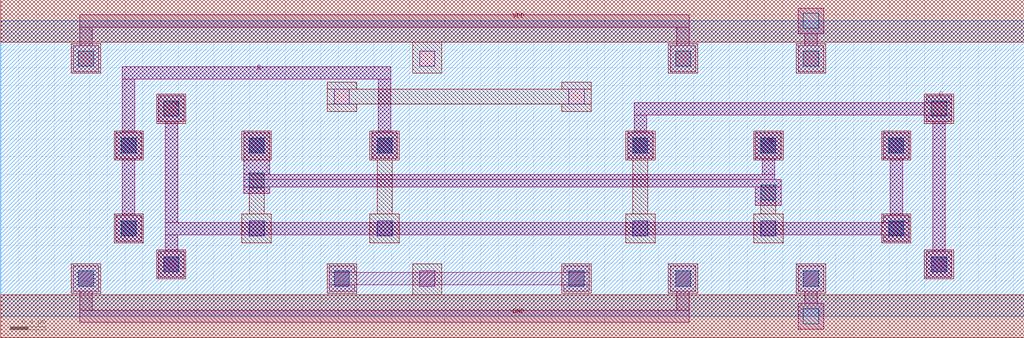
<source format=lef>
# LEF file generated by lefgen from LibreSilicon version 0.1
#

VERSION 5.4 ;
NAMESCASESENSITIVE ON ;
BUSBITCHARS "[]" ;
DIVIDERCHAR "/" ;
UNITS
  DATABASE MICRONS 1000 ;
END UNITS

USEMINSPACING OBS ON ;
USEMINSPACING PIN OFF ;
CLEARANCEMEASURE EUCLIDEAN ;


MANUFACTURINGGRID 0.15 ;

LAYER nwell
  TYPE	MASTERSLICE ;
END nwell

LAYER nactive
  TYPE	MASTERSLICE ;
END nactive

LAYER pactive
  TYPE	MASTERSLICE ;
END pactive

LAYER poly
  TYPE	MASTERSLICE ;
END poly

LAYER cc
  TYPE	CUT ;
  SPACING	0.9 ;
END cc

LAYER metal1
  TYPE		ROUTING ;
  DIRECTION	HORIZONTAL ;
  PITCH		3  ;
  OFFSET	1.5 ;
  WIDTH		0.9 ;
  SPACING	0.9 ;
  RESISTANCE	RPERSQ 0.09 ;
  CAPACITANCE	CPERSQDIST 3.2e-05 ;
END metal1

LAYER via
  TYPE	CUT ;
  SPACING	0.9 ;
END via

LAYER metal2
  TYPE		ROUTING ;
  DIRECTION	VERTICAL ;
  PITCH		2.4  ;
  OFFSET	1.2 ;
  WIDTH		0.9 ;
  SPACING	0.9 ;
  RESISTANCE	RPERSQ 0.09 ;
  CAPACITANCE	CPERSQDIST 1.6e-05 ;
END metal2

LAYER via2
  TYPE	CUT ;
  SPACING	0.9 ;
END via2

LAYER metal3
  TYPE		ROUTING ;
  DIRECTION	HORIZONTAL ;
  PITCH		3  ;
  OFFSET	1.5 ;
  WIDTH		1.5 ;
  SPACING	0.9 ;
  RESISTANCE	RPERSQ 0.05 ;
  CAPACITANCE	CPERSQDIST 1e-05 ;
END metal3

SPACING
  SAMENET cc  via	0.150 ;
  SAMENET via  via2	0.150 ;
END SPACING

VIA M2_M1 DEFAULT
  LAYER metal1 ;
    RECT -0.600 -0.600 0.600 0.600 ;
  LAYER via ;
    RECT -0.300 -0.300 0.300 0.300 ;
  LAYER metal2 ;
    RECT -0.600 -0.600 0.600 0.600 ;
END M2_M1

VIA M3_M2 DEFAULT
  LAYER metal2 ;
    RECT -0.600 -0.600 0.600 0.600 ;
  LAYER via2 ;
    RECT -0.300 -0.300 0.300 0.300 ;
  LAYER metal3 ;
    RECT -0.900 -0.900 0.900 0.900 ;
END M3_M2


VIARULE viagen21 GENERATE
  LAYER metal1 ;
    DIRECTION HORIZONTAL ;
    WIDTH 1.2 TO 120 ;
    OVERHANG 0.3 ;
    METALOVERHANG 0 ;
  LAYER metal2 ;
    DIRECTION VERTICAL ;
    WIDTH 1.2 TO 120 ;
    OVERHANG 0.3 ;
    METALOVERHANG 0 ;
  LAYER via ;
    RECT -0.3 -0.3 0.3 0.3 ;
    SPACING 1.5 BY 1.5 ;
END viagen21

VIARULE viagen32 GENERATE
  LAYER metal3 ;
    DIRECTION HORIZONTAL ;
    WIDTH 1.8 TO 180 ;
    OVERHANG 0.6 ;
    METALOVERHANG 0 ;
  LAYER metal2 ;
    DIRECTION VERTICAL ;
    WIDTH 1.2 TO 120 ;
    OVERHANG 0.6 ;
    METALOVERHANG 0 ;
  LAYER via2 ;
    RECT -0.3 -0.3 0.3 0.3 ;
    SPACING 2.1 BY 2.1 ;
END viagen32

VIARULE TURN1 GENERATE
  LAYER metal1 ;
    DIRECTION HORIZONTAL ;
  LAYER metal1 ;
    DIRECTION VERTICAL ;
END TURN1

VIARULE TURN2 GENERATE
  LAYER metal2 ;
    DIRECTION HORIZONTAL ;
  LAYER metal2 ;
    DIRECTION VERTICAL ;
END TURN2

VIARULE TURN3 GENERATE
  LAYER metal3 ;
    DIRECTION HORIZONTAL ;
  LAYER metal3 ;
    DIRECTION VERTICAL ;
END TURN3

SITE  corner
    CLASS	PAD ;
    SYMMETRY	R90 Y ;
    SIZE	300.000 BY 300.000 ;
END  corner

SITE  IO
    CLASS	PAD ;
    SYMMETRY	Y ;
    SIZE	90.000 BY 300.000 ;
END  IO

SITE  core
    CLASS	CORE ;
    SYMMETRY	Y ;
    SIZE	2.400 BY 30.000 ;
END  core

MACRO AOI21
 CLASS CORE ;
 FOREIGN AOI21 0 0 ;
 SIZE 4.32 BY 3.33 ;
 ORIGIN 0 0 ;
 SYMMETRY X Y R90 ;
 SITE unit ;
  PIN VDD
   DIRECTION INOUT ;
   USE POWER ;
   SHAPE ABUTMENT ;
    PORT
     CLASS CORE ;
       LAYER li1 ;
        RECT 0.00000000 3.09000000 4.32000000 3.57000000 ;
    END
  END VDD

  PIN GND
   DIRECTION INOUT ;
   USE POWER ;
   SHAPE ABUTMENT ;
    PORT
     CLASS CORE ;
       LAYER li1 ;
        RECT 0.00000000 -0.24000000 4.32000000 0.24000000 ;
    END
  END GND

  PIN Y
   DIRECTION INOUT ;
   USE SIGNAL ;
   SHAPE ABUTMENT ;
    PORT
     CLASS CORE ;
       LAYER met1 ;
        RECT 3.21500000 0.44000000 3.50500000 0.73000000 ;
        RECT 3.29000000 0.73000000 3.43000000 2.19500000 ;
        RECT 0.81500000 2.19500000 1.10500000 2.27000000 ;
        RECT 3.21500000 2.19500000 3.50500000 2.27000000 ;
        RECT 0.81500000 2.27000000 3.50500000 2.41000000 ;
        RECT 0.81500000 2.41000000 1.10500000 2.48500000 ;
        RECT 3.21500000 2.41000000 3.50500000 2.48500000 ;
    END
  END Y

  PIN A
   DIRECTION INOUT ;
   USE SIGNAL ;
   SHAPE ABUTMENT ;
    PORT
     CLASS CORE ;
       LAYER met1 ;
        RECT 2.73500000 0.84500000 3.02500000 1.13500000 ;
        RECT 2.81000000 1.13500000 2.95000000 1.78000000 ;
        RECT 2.73500000 1.78000000 3.02500000 2.07000000 ;
    END
  END A

  PIN A1
   DIRECTION INOUT ;
   USE SIGNAL ;
   SHAPE ABUTMENT ;
    PORT
     CLASS CORE ;
       LAYER met1 ;
        RECT 1.29500000 0.84500000 1.58500000 1.13500000 ;
        RECT 1.37000000 1.13500000 1.51000000 1.78000000 ;
        RECT 1.29500000 1.78000000 1.58500000 2.07000000 ;
    END
  END A1

 OBS
    LAYER polycont ;
     RECT 1.35500000 0.90500000 1.52500000 1.07500000 ;
     RECT 2.79500000 0.90500000 2.96500000 1.07500000 ;
     RECT 1.35500000 1.84000000 1.52500000 2.01000000 ;
     RECT 2.79500000 1.84000000 2.96500000 2.01000000 ;

    LAYER pdiffc ;
     RECT 0.87500000 2.25500000 1.04500000 2.42500000 ;
     RECT 3.27500000 2.25500000 3.44500000 2.42500000 ;
     RECT 1.83500000 2.82000000 2.00500000 2.99000000 ;

    LAYER ndiffc ;
     RECT 0.63500000 0.34000000 0.80500000 0.51000000 ;
     RECT 3.27500000 0.50000000 3.44500000 0.67000000 ;

    LAYER li1 ;
     RECT 0.00000000 -0.24000000 4.32000000 0.24000000 ;
     RECT 0.55500000 0.26000000 0.88500000 0.59000000 ;
     RECT 3.19500000 0.42000000 3.52500000 0.75000000 ;
     RECT 1.27500000 0.82500000 1.60500000 1.15500000 ;
     RECT 2.71500000 0.82500000 3.04500000 1.15500000 ;
     RECT 1.27500000 1.76000000 1.60500000 2.09000000 ;
     RECT 2.71500000 1.76000000 3.04500000 2.09000000 ;
     RECT 0.79500000 2.17500000 1.12500000 2.50500000 ;
     RECT 3.19500000 2.17500000 3.52500000 2.50500000 ;
     RECT 1.75500000 2.74000000 2.08500000 3.07000000 ;
     RECT 0.00000000 3.09000000 4.32000000 3.57000000 ;

    LAYER viali ;
     RECT 0.63500000 -0.08500000 0.80500000 0.08500000 ;
     RECT 0.63500000 0.34000000 0.80500000 0.51000000 ;
     RECT 3.27500000 0.50000000 3.44500000 0.67000000 ;
     RECT 1.35500000 0.90500000 1.52500000 1.07500000 ;
     RECT 2.79500000 0.90500000 2.96500000 1.07500000 ;
     RECT 1.35500000 1.84000000 1.52500000 2.01000000 ;
     RECT 2.79500000 1.84000000 2.96500000 2.01000000 ;
     RECT 0.87500000 2.25500000 1.04500000 2.42500000 ;
     RECT 3.27500000 2.25500000 3.44500000 2.42500000 ;
     RECT 1.83500000 2.82000000 2.00500000 2.99000000 ;
     RECT 1.83500000 3.24500000 2.00500000 3.41500000 ;

    LAYER met1 ;
     RECT 0.57500000 -0.14500000 0.86500000 0.14500000 ;
     RECT 0.65000000 0.14500000 0.79000000 0.28000000 ;
     RECT 0.57500000 0.28000000 0.86500000 0.57000000 ;
     RECT 1.29500000 0.84500000 1.58500000 1.13500000 ;
     RECT 1.37000000 1.13500000 1.51000000 1.78000000 ;
     RECT 1.29500000 1.78000000 1.58500000 2.07000000 ;
     RECT 2.73500000 0.84500000 3.02500000 1.13500000 ;
     RECT 2.81000000 1.13500000 2.95000000 1.78000000 ;
     RECT 2.73500000 1.78000000 3.02500000 2.07000000 ;
     RECT 3.21500000 0.44000000 3.50500000 0.73000000 ;
     RECT 3.29000000 0.73000000 3.43000000 2.19500000 ;
     RECT 0.81500000 2.19500000 1.10500000 2.27000000 ;
     RECT 3.21500000 2.19500000 3.50500000 2.27000000 ;
     RECT 0.81500000 2.27000000 3.50500000 2.41000000 ;
     RECT 0.81500000 2.41000000 1.10500000 2.48500000 ;
     RECT 3.21500000 2.41000000 3.50500000 2.48500000 ;
     RECT 1.77500000 2.76000000 2.06500000 3.05000000 ;
     RECT 1.85000000 3.05000000 1.99000000 3.18500000 ;
     RECT 1.77500000 3.18500000 2.06500000 3.47500000 ;

 END
END AOI21

MACRO ASYNC1
 CLASS CORE ;
 FOREIGN ASYNC1 0 0 ;
 SIZE 10.08 BY 3.33 ;
 ORIGIN 0 0 ;
 SYMMETRY X Y R90 ;
 SITE unit ;
  PIN VDD
   DIRECTION INOUT ;
   USE POWER ;
   SHAPE ABUTMENT ;
    PORT
     CLASS CORE ;
       LAYER li1 ;
        RECT 0.00000000 3.09000000 10.08000000 3.57000000 ;
    END
  END VDD

  PIN GND
   DIRECTION INOUT ;
   USE POWER ;
   SHAPE ABUTMENT ;
    PORT
     CLASS CORE ;
       LAYER li1 ;
        RECT 0.00000000 -0.24000000 10.08000000 0.24000000 ;
    END
  END GND

  PIN C
   DIRECTION INOUT ;
   USE SIGNAL ;
   SHAPE ABUTMENT ;
    PORT
     CLASS CORE ;
       LAYER met1 ;
        RECT 8.97500000 0.44000000 9.26500000 0.51500000 ;
        RECT 6.65000000 0.51500000 9.26500000 0.65500000 ;
        RECT 8.97500000 0.65500000 9.26500000 0.73000000 ;
        RECT 5.61500000 0.84500000 5.90500000 0.92000000 ;
        RECT 6.65000000 0.65500000 6.79000000 0.92000000 ;
        RECT 5.61500000 0.92000000 6.79000000 1.06000000 ;
        RECT 5.61500000 1.06000000 5.90500000 1.13500000 ;
        RECT 9.05000000 0.73000000 9.19000000 2.19500000 ;
        RECT 8.97500000 2.19500000 9.26500000 2.48500000 ;
    END
  END C

  PIN CN
   DIRECTION INOUT ;
   USE SIGNAL ;
   SHAPE ABUTMENT ;
    PORT
     CLASS CORE ;
       LAYER met1 ;
        RECT 4.65500000 0.44000000 4.94500000 0.51500000 ;
        RECT 3.77000000 0.51500000 4.94500000 0.65500000 ;
        RECT 4.65500000 0.65500000 4.94500000 0.73000000 ;
        RECT 8.49500000 0.84500000 8.78500000 1.13500000 ;
        RECT 8.57000000 1.13500000 8.71000000 1.78000000 ;
        RECT 8.49500000 1.78000000 8.78500000 2.07000000 ;
        RECT 3.77000000 0.65500000 3.91000000 2.27000000 ;
        RECT 4.65500000 2.19500000 4.94500000 2.27000000 ;
        RECT 8.57000000 2.07000000 8.71000000 2.27000000 ;
        RECT 3.77000000 2.27000000 8.71000000 2.41000000 ;
        RECT 4.65500000 2.41000000 4.94500000 2.48500000 ;
    END
  END CN

  PIN B
   DIRECTION INOUT ;
   USE SIGNAL ;
   SHAPE ABUTMENT ;
    PORT
     CLASS CORE ;
       LAYER met1 ;
        RECT 4.17500000 0.84500000 4.46500000 1.13500000 ;
        RECT 7.05500000 0.84500000 7.34500000 1.13500000 ;
        RECT 4.25000000 1.13500000 4.39000000 1.78000000 ;
        RECT 7.13000000 1.13500000 7.27000000 1.78000000 ;
        RECT 4.17500000 1.78000000 4.46500000 1.85500000 ;
        RECT 7.05500000 1.78000000 7.34500000 1.85500000 ;
        RECT 4.17500000 1.85500000 7.34500000 1.99500000 ;
        RECT 4.17500000 1.99500000 4.46500000 2.07000000 ;
        RECT 7.05500000 1.99500000 7.34500000 2.07000000 ;
    END
  END B

  PIN A
   DIRECTION INOUT ;
   USE SIGNAL ;
   SHAPE ABUTMENT ;
    PORT
     CLASS CORE ;
       LAYER met1 ;
        RECT 1.29500000 0.84500000 1.58500000 1.13500000 ;
        RECT 2.73500000 0.84500000 3.02500000 1.13500000 ;
        RECT 1.37000000 1.13500000 1.51000000 1.78000000 ;
        RECT 2.81000000 1.13500000 2.95000000 1.78000000 ;
        RECT 1.29500000 1.78000000 1.58500000 1.85500000 ;
        RECT 2.73500000 1.78000000 3.02500000 1.85500000 ;
        RECT 1.29500000 1.85500000 3.02500000 1.99500000 ;
        RECT 1.29500000 1.99500000 1.58500000 2.07000000 ;
        RECT 2.73500000 1.99500000 3.02500000 2.07000000 ;
    END
  END A

 OBS
    LAYER polycont ;
     RECT 1.35500000 0.90500000 1.52500000 1.07500000 ;
     RECT 2.79500000 0.90500000 2.96500000 1.07500000 ;
     RECT 4.23500000 0.90500000 4.40500000 1.07500000 ;
     RECT 5.67500000 0.90500000 5.84500000 1.07500000 ;
     RECT 7.11500000 0.90500000 7.28500000 1.07500000 ;
     RECT 8.55500000 0.90500000 8.72500000 1.07500000 ;
     RECT 1.35500000 1.84000000 1.52500000 2.01000000 ;
     RECT 2.79500000 1.84000000 2.96500000 2.01000000 ;
     RECT 4.23500000 1.84000000 4.40500000 2.01000000 ;
     RECT 5.67500000 1.84000000 5.84500000 2.01000000 ;
     RECT 7.11500000 1.84000000 7.28500000 2.01000000 ;
     RECT 8.55500000 1.84000000 8.72500000 2.01000000 ;

    LAYER pdiffc ;
     RECT 4.71500000 2.25500000 4.88500000 2.42500000 ;
     RECT 9.03500000 2.25500000 9.20500000 2.42500000 ;
     RECT 0.87500000 2.66000000 1.04500000 2.83000000 ;
     RECT 6.15500000 2.66000000 6.32500000 2.83000000 ;
     RECT 1.83500000 2.82000000 2.00500000 2.99000000 ;
     RECT 7.59500000 2.82000000 7.76500000 2.99000000 ;

    LAYER ndiffc ;
     RECT 0.87500000 0.34000000 1.04500000 0.51000000 ;
     RECT 1.83500000 0.34000000 2.00500000 0.51000000 ;
     RECT 6.15500000 0.34000000 6.32500000 0.51000000 ;
     RECT 7.59500000 0.34000000 7.76500000 0.51000000 ;
     RECT 4.71500000 0.50000000 4.88500000 0.67000000 ;
     RECT 9.03500000 0.50000000 9.20500000 0.67000000 ;

    LAYER li1 ;
     RECT 0.79500000 0.26000000 1.12500000 0.59000000 ;
     RECT 6.07500000 0.26000000 6.40500000 0.59000000 ;
     RECT 0.00000000 -0.24000000 10.08000000 0.24000000 ;
     RECT 1.75500000 0.24000000 2.08500000 0.59000000 ;
     RECT 7.51500000 0.24000000 7.84500000 0.59000000 ;
     RECT 4.63500000 0.42000000 4.96500000 0.75000000 ;
     RECT 8.95500000 0.42000000 9.28500000 0.75000000 ;
     RECT 1.27500000 0.82500000 1.60500000 1.15500000 ;
     RECT 2.71500000 0.82500000 3.04500000 1.15500000 ;
     RECT 4.15500000 0.82500000 4.48500000 1.15500000 ;
     RECT 7.03500000 0.82500000 7.36500000 1.15500000 ;
     RECT 8.47500000 0.82500000 8.80500000 1.15500000 ;
     RECT 1.27500000 1.76000000 1.60500000 2.09000000 ;
     RECT 2.71500000 1.76000000 3.04500000 2.09000000 ;
     RECT 4.15500000 1.76000000 4.48500000 2.09000000 ;
     RECT 5.59500000 0.82500000 5.92500000 1.15500000 ;
     RECT 5.67500000 1.15500000 5.84500000 1.76000000 ;
     RECT 5.59500000 1.76000000 5.92500000 2.09000000 ;
     RECT 7.03500000 1.76000000 7.36500000 2.09000000 ;
     RECT 8.47500000 1.76000000 8.80500000 2.09000000 ;
     RECT 4.63500000 2.17500000 4.96500000 2.50500000 ;
     RECT 8.95500000 2.17500000 9.28500000 2.50500000 ;
     RECT 0.79500000 2.58000000 1.12500000 2.91000000 ;
     RECT 6.07500000 2.58000000 6.40500000 2.91000000 ;
     RECT 7.51500000 2.74000000 7.84500000 3.07000000 ;
     RECT 1.75500000 2.74000000 2.08500000 3.09000000 ;
     RECT 0.00000000 3.09000000 10.08000000 3.57000000 ;

    LAYER viali ;
     RECT 0.87500000 0.34000000 1.04500000 0.51000000 ;
     RECT 6.15500000 0.34000000 6.32500000 0.51000000 ;
     RECT 4.71500000 0.50000000 4.88500000 0.67000000 ;
     RECT 9.03500000 0.50000000 9.20500000 0.67000000 ;
     RECT 1.35500000 0.90500000 1.52500000 1.07500000 ;
     RECT 2.79500000 0.90500000 2.96500000 1.07500000 ;
     RECT 4.23500000 0.90500000 4.40500000 1.07500000 ;
     RECT 5.67500000 0.90500000 5.84500000 1.07500000 ;
     RECT 7.11500000 0.90500000 7.28500000 1.07500000 ;
     RECT 8.55500000 0.90500000 8.72500000 1.07500000 ;
     RECT 1.35500000 1.84000000 1.52500000 2.01000000 ;
     RECT 2.79500000 1.84000000 2.96500000 2.01000000 ;
     RECT 4.23500000 1.84000000 4.40500000 2.01000000 ;
     RECT 7.11500000 1.84000000 7.28500000 2.01000000 ;
     RECT 8.55500000 1.84000000 8.72500000 2.01000000 ;
     RECT 4.71500000 2.25500000 4.88500000 2.42500000 ;
     RECT 9.03500000 2.25500000 9.20500000 2.42500000 ;
     RECT 0.87500000 2.66000000 1.04500000 2.83000000 ;
     RECT 6.15500000 2.66000000 6.32500000 2.83000000 ;
     RECT 7.59500000 2.82000000 7.76500000 2.99000000 ;
     RECT 7.59500000 3.24500000 7.76500000 3.41500000 ;

    LAYER met1 ;
     RECT 0.89000000 -0.07000000 6.31000000 0.07000000 ;
     RECT 0.89000000 0.07000000 1.03000000 0.28000000 ;
     RECT 6.17000000 0.07000000 6.31000000 0.28000000 ;
     RECT 0.81500000 0.28000000 1.10500000 0.57000000 ;
     RECT 6.09500000 0.28000000 6.38500000 0.57000000 ;
     RECT 1.29500000 0.84500000 1.58500000 1.13500000 ;
     RECT 2.73500000 0.84500000 3.02500000 1.13500000 ;
     RECT 1.37000000 1.13500000 1.51000000 1.78000000 ;
     RECT 2.81000000 1.13500000 2.95000000 1.78000000 ;
     RECT 1.29500000 1.78000000 1.58500000 1.85500000 ;
     RECT 2.73500000 1.78000000 3.02500000 1.85500000 ;
     RECT 1.29500000 1.85500000 3.02500000 1.99500000 ;
     RECT 1.29500000 1.99500000 1.58500000 2.07000000 ;
     RECT 2.73500000 1.99500000 3.02500000 2.07000000 ;
     RECT 4.17500000 0.84500000 4.46500000 1.13500000 ;
     RECT 7.05500000 0.84500000 7.34500000 1.13500000 ;
     RECT 4.25000000 1.13500000 4.39000000 1.78000000 ;
     RECT 7.13000000 1.13500000 7.27000000 1.78000000 ;
     RECT 4.17500000 1.78000000 4.46500000 1.85500000 ;
     RECT 7.05500000 1.78000000 7.34500000 1.85500000 ;
     RECT 4.17500000 1.85500000 7.34500000 1.99500000 ;
     RECT 4.17500000 1.99500000 4.46500000 2.07000000 ;
     RECT 7.05500000 1.99500000 7.34500000 2.07000000 ;
     RECT 4.65500000 0.44000000 4.94500000 0.51500000 ;
     RECT 3.77000000 0.51500000 4.94500000 0.65500000 ;
     RECT 4.65500000 0.65500000 4.94500000 0.73000000 ;
     RECT 8.49500000 0.84500000 8.78500000 1.13500000 ;
     RECT 8.57000000 1.13500000 8.71000000 1.78000000 ;
     RECT 8.49500000 1.78000000 8.78500000 2.07000000 ;
     RECT 3.77000000 0.65500000 3.91000000 2.27000000 ;
     RECT 4.65500000 2.19500000 4.94500000 2.27000000 ;
     RECT 8.57000000 2.07000000 8.71000000 2.27000000 ;
     RECT 3.77000000 2.27000000 8.71000000 2.41000000 ;
     RECT 4.65500000 2.41000000 4.94500000 2.48500000 ;
     RECT 8.97500000 0.44000000 9.26500000 0.51500000 ;
     RECT 6.65000000 0.51500000 9.26500000 0.65500000 ;
     RECT 8.97500000 0.65500000 9.26500000 0.73000000 ;
     RECT 5.61500000 0.84500000 5.90500000 0.92000000 ;
     RECT 6.65000000 0.65500000 6.79000000 0.92000000 ;
     RECT 5.61500000 0.92000000 6.79000000 1.06000000 ;
     RECT 5.61500000 1.06000000 5.90500000 1.13500000 ;
     RECT 9.05000000 0.73000000 9.19000000 2.19500000 ;
     RECT 8.97500000 2.19500000 9.26500000 2.48500000 ;
     RECT 0.81500000 2.60000000 1.10500000 2.67500000 ;
     RECT 6.09500000 2.60000000 6.38500000 2.67500000 ;
     RECT 0.81500000 2.67500000 6.38500000 2.81500000 ;
     RECT 0.81500000 2.81500000 1.10500000 2.89000000 ;
     RECT 6.09500000 2.81500000 6.38500000 2.89000000 ;
     RECT 7.53500000 2.76000000 7.82500000 3.05000000 ;
     RECT 7.61000000 3.05000000 7.75000000 3.18500000 ;
     RECT 7.53500000 3.18500000 7.82500000 3.47500000 ;

 END
END ASYNC1

MACRO ASYNC2
 CLASS CORE ;
 FOREIGN ASYNC2 0 0 ;
 SIZE 7.2 BY 3.33 ;
 ORIGIN 0 0 ;
 SYMMETRY X Y R90 ;
 SITE unit ;
  PIN VDD
   DIRECTION INOUT ;
   USE POWER ;
   SHAPE ABUTMENT ;
    PORT
     CLASS CORE ;
       LAYER li1 ;
        RECT 0.00000000 3.09000000 7.20000000 3.57000000 ;
    END
  END VDD

  PIN GND
   DIRECTION INOUT ;
   USE POWER ;
   SHAPE ABUTMENT ;
    PORT
     CLASS CORE ;
       LAYER li1 ;
        RECT 0.00000000 -0.24000000 7.20000000 0.24000000 ;
    END
  END GND

  PIN CN
   DIRECTION INOUT ;
   USE SIGNAL ;
   SHAPE ABUTMENT ;
    PORT
     CLASS CORE ;
       LAYER met1 ;
        RECT 3.21500000 0.44000000 3.50500000 0.73000000 ;
        RECT 3.29000000 0.73000000 3.43000000 0.92000000 ;
        RECT 5.61500000 0.84500000 5.90500000 0.92000000 ;
        RECT 3.29000000 0.92000000 5.90500000 1.06000000 ;
        RECT 5.61500000 1.06000000 5.90500000 1.13500000 ;
        RECT 5.69000000 1.13500000 5.83000000 1.78000000 ;
        RECT 5.61500000 1.78000000 5.90500000 2.07000000 ;
        RECT 3.29000000 1.06000000 3.43000000 2.19500000 ;
        RECT 3.21500000 2.19500000 3.50500000 2.48500000 ;
    END
  END CN

  PIN C
   DIRECTION INOUT ;
   USE SIGNAL ;
   SHAPE ABUTMENT ;
    PORT
     CLASS CORE ;
       LAYER met1 ;
        RECT 6.09500000 0.44000000 6.38500000 0.73000000 ;
        RECT 4.17500000 1.78000000 4.46500000 2.07000000 ;
        RECT 6.17000000 0.73000000 6.31000000 2.19500000 ;
        RECT 4.25000000 2.07000000 4.39000000 2.27000000 ;
        RECT 6.09500000 2.19500000 6.38500000 2.27000000 ;
        RECT 4.25000000 2.27000000 6.38500000 2.41000000 ;
        RECT 6.09500000 2.41000000 6.38500000 2.48500000 ;
    END
  END C

  PIN B
   DIRECTION INOUT ;
   USE SIGNAL ;
   SHAPE ABUTMENT ;
    PORT
     CLASS CORE ;
       LAYER met1 ;
        RECT 2.73500000 0.84500000 3.02500000 1.13500000 ;
        RECT 2.81000000 1.13500000 2.95000000 1.78000000 ;
        RECT 2.73500000 1.78000000 3.02500000 2.07000000 ;
    END
  END B

  PIN A
   DIRECTION INOUT ;
   USE SIGNAL ;
   SHAPE ABUTMENT ;
    PORT
     CLASS CORE ;
       LAYER met1 ;
        RECT 1.29500000 0.84500000 1.58500000 1.13500000 ;
        RECT 1.37000000 1.13500000 1.51000000 1.78000000 ;
        RECT 1.29500000 1.78000000 1.58500000 2.07000000 ;
    END
  END A

 OBS
    LAYER polycont ;
     RECT 1.35500000 0.90500000 1.52500000 1.07500000 ;
     RECT 2.79500000 0.90500000 2.96500000 1.07500000 ;
     RECT 4.23500000 0.90500000 4.40500000 1.07500000 ;
     RECT 5.67500000 0.90500000 5.84500000 1.07500000 ;
     RECT 1.35500000 1.84000000 1.52500000 2.01000000 ;
     RECT 2.79500000 1.84000000 2.96500000 2.01000000 ;
     RECT 4.23500000 1.84000000 4.40500000 2.01000000 ;
     RECT 5.67500000 1.84000000 5.84500000 2.01000000 ;

    LAYER pdiffc ;
     RECT 3.27500000 2.25500000 3.44500000 2.42500000 ;
     RECT 6.15500000 2.25500000 6.32500000 2.42500000 ;
     RECT 0.63500000 2.82000000 0.80500000 2.99000000 ;
     RECT 4.71500000 2.82000000 4.88500000 2.99000000 ;

    LAYER ndiffc ;
     RECT 0.63500000 0.34000000 0.80500000 0.51000000 ;
     RECT 4.71500000 0.34000000 4.88500000 0.51000000 ;
     RECT 3.27500000 0.50000000 3.44500000 0.67000000 ;
     RECT 6.15500000 0.50000000 6.32500000 0.67000000 ;

    LAYER li1 ;
     RECT 0.00000000 -0.24000000 7.20000000 0.24000000 ;
     RECT 0.55500000 0.26000000 0.88500000 0.59000000 ;
     RECT 4.63500000 0.26000000 4.96500000 0.59000000 ;
     RECT 3.19500000 0.42000000 3.52500000 0.75000000 ;
     RECT 6.07500000 0.42000000 6.40500000 0.75000000 ;
     RECT 1.27500000 0.82500000 1.60500000 1.15500000 ;
     RECT 2.71500000 0.82500000 3.04500000 1.15500000 ;
     RECT 5.59500000 0.82500000 5.92500000 1.15500000 ;
     RECT 1.27500000 1.76000000 1.60500000 2.09000000 ;
     RECT 2.71500000 1.76000000 3.04500000 2.09000000 ;
     RECT 4.15500000 0.82500000 4.48500000 1.15500000 ;
     RECT 4.23500000 1.15500000 4.40500000 1.76000000 ;
     RECT 4.15500000 1.76000000 4.48500000 2.09000000 ;
     RECT 5.59500000 1.76000000 5.92500000 2.09000000 ;
     RECT 3.19500000 2.17500000 3.52500000 2.50500000 ;
     RECT 6.07500000 2.17500000 6.40500000 2.50500000 ;
     RECT 0.55500000 2.74000000 0.88500000 3.07000000 ;
     RECT 4.63500000 2.74000000 4.96500000 3.07000000 ;
     RECT 0.00000000 3.09000000 7.20000000 3.57000000 ;

    LAYER viali ;
     RECT 0.63500000 -0.08500000 0.80500000 0.08500000 ;
     RECT 4.71500000 -0.08500000 4.88500000 0.08500000 ;
     RECT 0.63500000 0.34000000 0.80500000 0.51000000 ;
     RECT 4.71500000 0.34000000 4.88500000 0.51000000 ;
     RECT 3.27500000 0.50000000 3.44500000 0.67000000 ;
     RECT 6.15500000 0.50000000 6.32500000 0.67000000 ;
     RECT 1.35500000 0.90500000 1.52500000 1.07500000 ;
     RECT 2.79500000 0.90500000 2.96500000 1.07500000 ;
     RECT 5.67500000 0.90500000 5.84500000 1.07500000 ;
     RECT 1.35500000 1.84000000 1.52500000 2.01000000 ;
     RECT 2.79500000 1.84000000 2.96500000 2.01000000 ;
     RECT 4.23500000 1.84000000 4.40500000 2.01000000 ;
     RECT 5.67500000 1.84000000 5.84500000 2.01000000 ;
     RECT 3.27500000 2.25500000 3.44500000 2.42500000 ;
     RECT 6.15500000 2.25500000 6.32500000 2.42500000 ;
     RECT 0.63500000 2.82000000 0.80500000 2.99000000 ;
     RECT 4.71500000 2.82000000 4.88500000 2.99000000 ;
     RECT 0.63500000 3.24500000 0.80500000 3.41500000 ;
     RECT 4.71500000 3.24500000 4.88500000 3.41500000 ;

    LAYER met1 ;
     RECT 0.57500000 -0.14500000 0.86500000 0.14500000 ;
     RECT 0.65000000 0.14500000 0.79000000 0.28000000 ;
     RECT 0.57500000 0.28000000 0.86500000 0.57000000 ;
     RECT 4.65500000 -0.14500000 4.94500000 0.14500000 ;
     RECT 4.73000000 0.14500000 4.87000000 0.28000000 ;
     RECT 4.65500000 0.28000000 4.94500000 0.57000000 ;
     RECT 1.29500000 0.84500000 1.58500000 1.13500000 ;
     RECT 1.37000000 1.13500000 1.51000000 1.78000000 ;
     RECT 1.29500000 1.78000000 1.58500000 2.07000000 ;
     RECT 2.73500000 0.84500000 3.02500000 1.13500000 ;
     RECT 2.81000000 1.13500000 2.95000000 1.78000000 ;
     RECT 2.73500000 1.78000000 3.02500000 2.07000000 ;
     RECT 3.21500000 0.44000000 3.50500000 0.73000000 ;
     RECT 3.29000000 0.73000000 3.43000000 0.92000000 ;
     RECT 5.61500000 0.84500000 5.90500000 0.92000000 ;
     RECT 3.29000000 0.92000000 5.90500000 1.06000000 ;
     RECT 5.61500000 1.06000000 5.90500000 1.13500000 ;
     RECT 5.69000000 1.13500000 5.83000000 1.78000000 ;
     RECT 5.61500000 1.78000000 5.90500000 2.07000000 ;
     RECT 3.29000000 1.06000000 3.43000000 2.19500000 ;
     RECT 3.21500000 2.19500000 3.50500000 2.48500000 ;
     RECT 6.09500000 0.44000000 6.38500000 0.73000000 ;
     RECT 4.17500000 1.78000000 4.46500000 2.07000000 ;
     RECT 6.17000000 0.73000000 6.31000000 2.19500000 ;
     RECT 4.25000000 2.07000000 4.39000000 2.27000000 ;
     RECT 6.09500000 2.19500000 6.38500000 2.27000000 ;
     RECT 4.25000000 2.27000000 6.38500000 2.41000000 ;
     RECT 6.09500000 2.41000000 6.38500000 2.48500000 ;
     RECT 0.57500000 2.76000000 0.86500000 3.05000000 ;
     RECT 0.65000000 3.05000000 0.79000000 3.18500000 ;
     RECT 0.57500000 3.18500000 0.86500000 3.47500000 ;
     RECT 4.65500000 2.76000000 4.94500000 3.05000000 ;
     RECT 4.73000000 3.05000000 4.87000000 3.18500000 ;
     RECT 4.65500000 3.18500000 4.94500000 3.47500000 ;

 END
END ASYNC2

MACRO ASYNC3
 CLASS CORE ;
 FOREIGN ASYNC3 0 0 ;
 SIZE 11.52 BY 3.33 ;
 ORIGIN 0 0 ;
 SYMMETRY X Y R90 ;
 SITE unit ;
  PIN VDD
   DIRECTION INOUT ;
   USE POWER ;
   SHAPE ABUTMENT ;
    PORT
     CLASS CORE ;
       LAYER li1 ;
        RECT 0.00000000 3.09000000 11.52000000 3.57000000 ;
    END
  END VDD

  PIN GND
   DIRECTION INOUT ;
   USE POWER ;
   SHAPE ABUTMENT ;
    PORT
     CLASS CORE ;
       LAYER li1 ;
        RECT 0.00000000 -0.24000000 11.52000000 0.24000000 ;
    END
  END GND

  PIN CN
   DIRECTION INOUT ;
   USE SIGNAL ;
   SHAPE ABUTMENT ;
    PORT
     CLASS CORE ;
       LAYER met1 ;
        RECT 1.77500000 0.44000000 2.06500000 0.73000000 ;
        RECT 1.85000000 0.73000000 1.99000000 0.92000000 ;
        RECT 9.93500000 0.84500000 10.22500000 0.92000000 ;
        RECT 1.85000000 0.92000000 10.22500000 1.06000000 ;
        RECT 9.93500000 1.06000000 10.22500000 1.13500000 ;
        RECT 10.01000000 1.13500000 10.15000000 1.78000000 ;
        RECT 9.93500000 1.78000000 10.22500000 2.07000000 ;
        RECT 1.85000000 1.06000000 1.99000000 2.19500000 ;
        RECT 1.77500000 2.19500000 2.06500000 2.48500000 ;
    END
  END CN

  PIN C
   DIRECTION INOUT ;
   USE SIGNAL ;
   SHAPE ABUTMENT ;
    PORT
     CLASS CORE ;
       LAYER met1 ;
        RECT 10.41500000 0.44000000 10.70500000 0.73000000 ;
        RECT 7.05500000 1.78000000 7.34500000 2.07000000 ;
        RECT 10.49000000 0.73000000 10.63000000 2.19500000 ;
        RECT 7.13000000 2.07000000 7.27000000 2.27000000 ;
        RECT 10.41500000 2.19500000 10.70500000 2.27000000 ;
        RECT 7.13000000 2.27000000 10.70500000 2.41000000 ;
        RECT 10.41500000 2.41000000 10.70500000 2.48500000 ;
    END
  END C

  PIN A
   DIRECTION INOUT ;
   USE SIGNAL ;
   SHAPE ABUTMENT ;
    PORT
     CLASS CORE ;
       LAYER met1 ;
        RECT 2.73500000 1.38500000 3.02500000 1.46000000 ;
        RECT 8.49500000 1.25000000 8.78500000 1.46000000 ;
        RECT 2.73500000 1.46000000 8.78500000 1.54000000 ;
        RECT 2.73500000 1.54000000 8.71000000 1.60000000 ;
        RECT 8.57000000 1.60000000 8.71000000 1.78000000 ;
        RECT 2.73500000 1.60000000 3.02500000 2.07000000 ;
        RECT 8.49500000 1.78000000 8.78500000 2.07000000 ;
    END
  END A

  PIN B
   DIRECTION INOUT ;
   USE SIGNAL ;
   SHAPE ABUTMENT ;
    PORT
     CLASS CORE ;
       LAYER met1 ;
        RECT 1.29500000 0.84500000 1.58500000 1.13500000 ;
        RECT 1.37000000 1.13500000 1.51000000 1.78000000 ;
        RECT 1.29500000 1.78000000 1.58500000 2.07000000 ;
        RECT 4.17500000 1.78000000 4.46500000 2.07000000 ;
        RECT 1.37000000 2.07000000 1.51000000 2.67500000 ;
        RECT 4.25000000 2.07000000 4.39000000 2.67500000 ;
        RECT 1.37000000 2.67500000 4.39000000 2.81500000 ;
    END
  END B

 OBS
    LAYER polycont ;
     RECT 1.35500000 0.90500000 1.52500000 1.07500000 ;
     RECT 2.79500000 0.90500000 2.96500000 1.07500000 ;
     RECT 4.23500000 0.90500000 4.40500000 1.07500000 ;
     RECT 7.11500000 0.90500000 7.28500000 1.07500000 ;
     RECT 8.55500000 0.90500000 8.72500000 1.07500000 ;
     RECT 9.99500000 0.90500000 10.16500000 1.07500000 ;
     RECT 1.35500000 1.84000000 1.52500000 2.01000000 ;
     RECT 2.79500000 1.84000000 2.96500000 2.01000000 ;
     RECT 4.23500000 1.84000000 4.40500000 2.01000000 ;
     RECT 7.11500000 1.84000000 7.28500000 2.01000000 ;
     RECT 8.55500000 1.84000000 8.72500000 2.01000000 ;
     RECT 9.99500000 1.84000000 10.16500000 2.01000000 ;

    LAYER pdiffc ;
     RECT 1.83500000 2.25500000 2.00500000 2.42500000 ;
     RECT 10.47500000 2.25500000 10.64500000 2.42500000 ;
     RECT 3.75500000 2.39000000 3.92500000 2.56000000 ;
     RECT 6.39500000 2.39000000 6.56500000 2.56000000 ;
     RECT 0.87500000 2.82000000 1.04500000 2.99000000 ;
     RECT 4.71500000 2.82000000 4.88500000 2.99000000 ;
     RECT 7.59500000 2.82000000 7.76500000 2.99000000 ;
     RECT 9.03500000 2.82000000 9.20500000 2.99000000 ;

    LAYER ndiffc ;
     RECT 0.87500000 0.34000000 1.04500000 0.51000000 ;
     RECT 3.75500000 0.34000000 3.92500000 0.51000000 ;
     RECT 4.71500000 0.34000000 4.88500000 0.51000000 ;
     RECT 6.39500000 0.34000000 6.56500000 0.51000000 ;
     RECT 7.59500000 0.34000000 7.76500000 0.51000000 ;
     RECT 9.03500000 0.34000000 9.20500000 0.51000000 ;
     RECT 1.83500000 0.50000000 2.00500000 0.67000000 ;
     RECT 10.47500000 0.50000000 10.64500000 0.67000000 ;

    LAYER li1 ;
     RECT 0.79500000 0.26000000 1.12500000 0.59000000 ;
     RECT 3.67500000 0.26000000 4.00500000 0.59000000 ;
     RECT 0.00000000 -0.24000000 11.52000000 0.24000000 ;
     RECT 4.63500000 0.24000000 4.96500000 0.59000000 ;
     RECT 6.31500000 0.26000000 6.64500000 0.59000000 ;
     RECT 7.51500000 0.26000000 7.84500000 0.59000000 ;
     RECT 8.95500000 0.26000000 9.28500000 0.59000000 ;
     RECT 1.75500000 0.42000000 2.08500000 0.75000000 ;
     RECT 10.39500000 0.42000000 10.72500000 0.75000000 ;
     RECT 1.27500000 0.82500000 1.60500000 1.15500000 ;
     RECT 9.91500000 0.82500000 10.24500000 1.15500000 ;
     RECT 8.47500000 0.82500000 8.80500000 1.15500000 ;
     RECT 8.55500000 1.15500000 8.72500000 1.48000000 ;
     RECT 2.71500000 0.82500000 3.04500000 1.15500000 ;
     RECT 2.79500000 1.15500000 2.96500000 1.61500000 ;
     RECT 1.27500000 1.76000000 1.60500000 2.09000000 ;
     RECT 2.71500000 1.76000000 3.04500000 2.09000000 ;
     RECT 4.15500000 0.82500000 4.48500000 1.15500000 ;
     RECT 4.23500000 1.15500000 4.40500000 1.76000000 ;
     RECT 4.15500000 1.76000000 4.48500000 2.09000000 ;
     RECT 7.03500000 0.82500000 7.36500000 1.15500000 ;
     RECT 7.11500000 1.15500000 7.28500000 1.76000000 ;
     RECT 7.03500000 1.76000000 7.36500000 2.09000000 ;
     RECT 8.47500000 1.76000000 8.80500000 2.09000000 ;
     RECT 9.91500000 1.76000000 10.24500000 2.09000000 ;
     RECT 1.75500000 2.17500000 2.08500000 2.50500000 ;
     RECT 10.39500000 2.17500000 10.72500000 2.50500000 ;
     RECT 3.67500000 2.31000000 4.00500000 2.39000000 ;
     RECT 6.31500000 2.31000000 6.64500000 2.39000000 ;
     RECT 3.67500000 2.39000000 6.64500000 2.56000000 ;
     RECT 3.67500000 2.56000000 4.00500000 2.64000000 ;
     RECT 6.31500000 2.56000000 6.64500000 2.64000000 ;
     RECT 0.79500000 2.74000000 1.12500000 3.07000000 ;
     RECT 7.51500000 2.74000000 7.84500000 3.07000000 ;
     RECT 8.95500000 2.74000000 9.28500000 3.07000000 ;
     RECT 4.63500000 2.74000000 4.96500000 3.09000000 ;
     RECT 0.00000000 3.09000000 11.52000000 3.57000000 ;

    LAYER viali ;
     RECT 9.03500000 -0.08500000 9.20500000 0.08500000 ;
     RECT 0.87500000 0.34000000 1.04500000 0.51000000 ;
     RECT 3.75500000 0.34000000 3.92500000 0.51000000 ;
     RECT 6.39500000 0.34000000 6.56500000 0.51000000 ;
     RECT 7.59500000 0.34000000 7.76500000 0.51000000 ;
     RECT 9.03500000 0.34000000 9.20500000 0.51000000 ;
     RECT 1.83500000 0.50000000 2.00500000 0.67000000 ;
     RECT 10.47500000 0.50000000 10.64500000 0.67000000 ;
     RECT 1.35500000 0.90500000 1.52500000 1.07500000 ;
     RECT 9.99500000 0.90500000 10.16500000 1.07500000 ;
     RECT 8.55500000 1.31000000 8.72500000 1.48000000 ;
     RECT 2.79500000 1.44500000 2.96500000 1.61500000 ;
     RECT 1.35500000 1.84000000 1.52500000 2.01000000 ;
     RECT 2.79500000 1.84000000 2.96500000 2.01000000 ;
     RECT 4.23500000 1.84000000 4.40500000 2.01000000 ;
     RECT 7.11500000 1.84000000 7.28500000 2.01000000 ;
     RECT 8.55500000 1.84000000 8.72500000 2.01000000 ;
     RECT 9.99500000 1.84000000 10.16500000 2.01000000 ;
     RECT 1.83500000 2.25500000 2.00500000 2.42500000 ;
     RECT 10.47500000 2.25500000 10.64500000 2.42500000 ;
     RECT 0.87500000 2.82000000 1.04500000 2.99000000 ;
     RECT 7.59500000 2.82000000 7.76500000 2.99000000 ;
     RECT 9.03500000 2.82000000 9.20500000 2.99000000 ;
     RECT 9.03500000 3.24500000 9.20500000 3.41500000 ;

    LAYER met1 ;
     RECT 3.69500000 0.28000000 3.98500000 0.35500000 ;
     RECT 6.33500000 0.28000000 6.62500000 0.35500000 ;
     RECT 3.69500000 0.35500000 6.62500000 0.49500000 ;
     RECT 3.69500000 0.49500000 3.98500000 0.57000000 ;
     RECT 6.33500000 0.49500000 6.62500000 0.57000000 ;
     RECT 0.89000000 -0.07000000 7.75000000 0.07000000 ;
     RECT 0.89000000 0.07000000 1.03000000 0.28000000 ;
     RECT 7.61000000 0.07000000 7.75000000 0.28000000 ;
     RECT 0.81500000 0.28000000 1.10500000 0.57000000 ;
     RECT 7.53500000 0.28000000 7.82500000 0.57000000 ;
     RECT 8.97500000 -0.14500000 9.26500000 0.14500000 ;
     RECT 9.05000000 0.14500000 9.19000000 0.28000000 ;
     RECT 8.97500000 0.28000000 9.26500000 0.57000000 ;
     RECT 2.73500000 1.38500000 3.02500000 1.46000000 ;
     RECT 8.49500000 1.25000000 8.78500000 1.46000000 ;
     RECT 2.73500000 1.46000000 8.78500000 1.54000000 ;
     RECT 2.73500000 1.54000000 8.71000000 1.60000000 ;
     RECT 8.57000000 1.60000000 8.71000000 1.78000000 ;
     RECT 2.73500000 1.60000000 3.02500000 2.07000000 ;
     RECT 8.49500000 1.78000000 8.78500000 2.07000000 ;
     RECT 1.77500000 0.44000000 2.06500000 0.73000000 ;
     RECT 1.85000000 0.73000000 1.99000000 0.92000000 ;
     RECT 9.93500000 0.84500000 10.22500000 0.92000000 ;
     RECT 1.85000000 0.92000000 10.22500000 1.06000000 ;
     RECT 9.93500000 1.06000000 10.22500000 1.13500000 ;
     RECT 10.01000000 1.13500000 10.15000000 1.78000000 ;
     RECT 9.93500000 1.78000000 10.22500000 2.07000000 ;
     RECT 1.85000000 1.06000000 1.99000000 2.19500000 ;
     RECT 1.77500000 2.19500000 2.06500000 2.48500000 ;
     RECT 10.41500000 0.44000000 10.70500000 0.73000000 ;
     RECT 7.05500000 1.78000000 7.34500000 2.07000000 ;
     RECT 10.49000000 0.73000000 10.63000000 2.19500000 ;
     RECT 7.13000000 2.07000000 7.27000000 2.27000000 ;
     RECT 10.41500000 2.19500000 10.70500000 2.27000000 ;
     RECT 7.13000000 2.27000000 10.70500000 2.41000000 ;
     RECT 10.41500000 2.41000000 10.70500000 2.48500000 ;
     RECT 1.29500000 0.84500000 1.58500000 1.13500000 ;
     RECT 1.37000000 1.13500000 1.51000000 1.78000000 ;
     RECT 1.29500000 1.78000000 1.58500000 2.07000000 ;
     RECT 4.17500000 1.78000000 4.46500000 2.07000000 ;
     RECT 1.37000000 2.07000000 1.51000000 2.67500000 ;
     RECT 4.25000000 2.07000000 4.39000000 2.67500000 ;
     RECT 1.37000000 2.67500000 4.39000000 2.81500000 ;
     RECT 0.81500000 2.76000000 1.10500000 3.05000000 ;
     RECT 7.53500000 2.76000000 7.82500000 3.05000000 ;
     RECT 0.89000000 3.05000000 1.03000000 3.26000000 ;
     RECT 7.61000000 3.05000000 7.75000000 3.26000000 ;
     RECT 0.89000000 3.26000000 7.75000000 3.40000000 ;
     RECT 8.97500000 2.76000000 9.26500000 3.05000000 ;
     RECT 9.05000000 3.05000000 9.19000000 3.18500000 ;
     RECT 8.97500000 3.18500000 9.26500000 3.47500000 ;

 END
END ASYNC3

MACRO INV
 CLASS CORE ;
 FOREIGN INV 0 0 ;
 SIZE 2.88 BY 3.33 ;
 ORIGIN 0 0 ;
 SYMMETRY X Y R90 ;
 SITE unit ;
  PIN VDD
   DIRECTION INOUT ;
   USE POWER ;
   SHAPE ABUTMENT ;
    PORT
     CLASS CORE ;
       LAYER li1 ;
        RECT 0.00000000 3.09000000 2.88000000 3.57000000 ;
    END
  END VDD

  PIN GND
   DIRECTION INOUT ;
   USE POWER ;
   SHAPE ABUTMENT ;
    PORT
     CLASS CORE ;
       LAYER li1 ;
        RECT 0.00000000 -0.24000000 2.88000000 0.24000000 ;
    END
  END GND

  PIN Y
   DIRECTION INOUT ;
   USE SIGNAL ;
   SHAPE ABUTMENT ;
    PORT
     CLASS CORE ;
       LAYER met1 ;
        RECT 1.77500000 0.44000000 2.06500000 0.73000000 ;
        RECT 1.85000000 0.73000000 1.99000000 2.19500000 ;
        RECT 1.77500000 2.19500000 2.06500000 2.48500000 ;
    END
  END Y

  PIN A
   DIRECTION INOUT ;
   USE SIGNAL ;
   SHAPE ABUTMENT ;
    PORT
     CLASS CORE ;
       LAYER met1 ;
        RECT 1.29500000 0.84500000 1.58500000 1.13500000 ;
        RECT 1.37000000 1.13500000 1.51000000 1.78000000 ;
        RECT 1.29500000 1.78000000 1.58500000 2.07000000 ;
    END
  END A

 OBS
    LAYER polycont ;
     RECT 1.35500000 0.90500000 1.52500000 1.07500000 ;
     RECT 1.35500000 1.84000000 1.52500000 2.01000000 ;

    LAYER pdiffc ;
     RECT 1.83500000 2.25500000 2.00500000 2.42500000 ;
     RECT 0.63500000 2.82000000 0.80500000 2.99000000 ;

    LAYER ndiffc ;
     RECT 0.63500000 0.34000000 0.80500000 0.51000000 ;
     RECT 1.83500000 0.50000000 2.00500000 0.67000000 ;

    LAYER li1 ;
     RECT 0.00000000 -0.24000000 2.88000000 0.24000000 ;
     RECT 0.55500000 0.26000000 0.88500000 0.59000000 ;
     RECT 1.75500000 0.42000000 2.08500000 0.75000000 ;
     RECT 1.27500000 0.82500000 1.60500000 1.15500000 ;
     RECT 1.27500000 1.76000000 1.60500000 2.09000000 ;
     RECT 1.75500000 2.17500000 2.08500000 2.50500000 ;
     RECT 0.55500000 2.74000000 0.88500000 3.07000000 ;
     RECT 0.00000000 3.09000000 2.88000000 3.57000000 ;

    LAYER viali ;
     RECT 0.63500000 -0.08500000 0.80500000 0.08500000 ;
     RECT 0.63500000 0.34000000 0.80500000 0.51000000 ;
     RECT 1.83500000 0.50000000 2.00500000 0.67000000 ;
     RECT 1.35500000 0.90500000 1.52500000 1.07500000 ;
     RECT 1.35500000 1.84000000 1.52500000 2.01000000 ;
     RECT 1.83500000 2.25500000 2.00500000 2.42500000 ;
     RECT 0.63500000 2.82000000 0.80500000 2.99000000 ;
     RECT 0.63500000 3.24500000 0.80500000 3.41500000 ;

    LAYER met1 ;
     RECT 0.57500000 -0.14500000 0.86500000 0.14500000 ;
     RECT 0.65000000 0.14500000 0.79000000 0.28000000 ;
     RECT 0.57500000 0.28000000 0.86500000 0.57000000 ;
     RECT 1.29500000 0.84500000 1.58500000 1.13500000 ;
     RECT 1.37000000 1.13500000 1.51000000 1.78000000 ;
     RECT 1.29500000 1.78000000 1.58500000 2.07000000 ;
     RECT 1.77500000 0.44000000 2.06500000 0.73000000 ;
     RECT 1.85000000 0.73000000 1.99000000 2.19500000 ;
     RECT 1.77500000 2.19500000 2.06500000 2.48500000 ;
     RECT 0.57500000 2.76000000 0.86500000 3.05000000 ;
     RECT 0.65000000 3.05000000 0.79000000 3.18500000 ;
     RECT 0.57500000 3.18500000 0.86500000 3.47500000 ;

 END
END INV

MACRO MARTIN1989
 CLASS CORE ;
 FOREIGN MARTIN1989 0 0 ;
 SIZE 7.2 BY 3.33 ;
 ORIGIN 0 0 ;
 SYMMETRY X Y R90 ;
 SITE unit ;
  PIN VDD
   DIRECTION INOUT ;
   USE POWER ;
   SHAPE ABUTMENT ;
    PORT
     CLASS CORE ;
       LAYER li1 ;
        RECT 0.00000000 3.09000000 7.20000000 3.57000000 ;
    END
  END VDD

  PIN GND
   DIRECTION INOUT ;
   USE POWER ;
   SHAPE ABUTMENT ;
    PORT
     CLASS CORE ;
       LAYER li1 ;
        RECT 0.00000000 -0.24000000 7.20000000 0.24000000 ;
    END
  END GND

  PIN C
   DIRECTION INOUT ;
   USE SIGNAL ;
   SHAPE ABUTMENT ;
    PORT
     CLASS CORE ;
       LAYER met1 ;
        RECT 6.09500000 0.44000000 6.38500000 0.51500000 ;
        RECT 4.25000000 0.51500000 6.38500000 0.65500000 ;
        RECT 6.09500000 0.65500000 6.38500000 0.73000000 ;
        RECT 4.25000000 0.65500000 4.39000000 0.84500000 ;
        RECT 4.17500000 0.84500000 4.46500000 1.13500000 ;
        RECT 6.17000000 0.73000000 6.31000000 2.19500000 ;
        RECT 6.09500000 2.19500000 6.38500000 2.48500000 ;
    END
  END C

  PIN A
   DIRECTION INOUT ;
   USE SIGNAL ;
   SHAPE ABUTMENT ;
    PORT
     CLASS CORE ;
       LAYER met1 ;
        RECT 1.29500000 0.84500000 1.58500000 1.13500000 ;
        RECT 1.37000000 1.13500000 1.51000000 1.78000000 ;
        RECT 1.29500000 1.78000000 1.58500000 2.07000000 ;
    END
  END A

  PIN B
   DIRECTION INOUT ;
   USE SIGNAL ;
   SHAPE ABUTMENT ;
    PORT
     CLASS CORE ;
       LAYER met1 ;
        RECT 2.73500000 0.84500000 3.02500000 1.13500000 ;
        RECT 2.81000000 1.13500000 2.95000000 1.78000000 ;
        RECT 2.73500000 1.78000000 3.02500000 2.07000000 ;
    END
  END B

 OBS
    LAYER polycont ;
     RECT 1.35500000 0.90500000 1.52500000 1.07500000 ;
     RECT 2.79500000 0.90500000 2.96500000 1.07500000 ;
     RECT 4.23500000 0.90500000 4.40500000 1.07500000 ;
     RECT 5.67500000 0.90500000 5.84500000 1.07500000 ;
     RECT 1.35500000 1.84000000 1.52500000 2.01000000 ;
     RECT 2.79500000 1.84000000 2.96500000 2.01000000 ;
     RECT 4.23500000 1.84000000 4.40500000 2.01000000 ;
     RECT 5.67500000 1.84000000 5.84500000 2.01000000 ;

    LAYER pdiffc ;
     RECT 3.27500000 2.25500000 3.44500000 2.42500000 ;
     RECT 6.15500000 2.25500000 6.32500000 2.42500000 ;
     RECT 0.63500000 2.82000000 0.80500000 2.99000000 ;
     RECT 4.71500000 2.82000000 4.88500000 2.99000000 ;

    LAYER ndiffc ;
     RECT 0.63500000 0.34000000 0.80500000 0.51000000 ;
     RECT 4.71500000 0.34000000 4.88500000 0.51000000 ;
     RECT 3.27500000 0.50000000 3.44500000 0.67000000 ;
     RECT 6.15500000 0.50000000 6.32500000 0.67000000 ;

    LAYER li1 ;
     RECT 0.55500000 0.26000000 0.88500000 0.59000000 ;
     RECT 0.00000000 -0.24000000 7.20000000 0.24000000 ;
     RECT 4.63500000 0.24000000 4.96500000 0.59000000 ;
     RECT 3.19500000 0.42000000 3.52500000 0.75000000 ;
     RECT 6.07500000 0.42000000 6.40500000 0.75000000 ;
     RECT 1.27500000 0.82500000 1.60500000 1.15500000 ;
     RECT 2.71500000 0.82500000 3.04500000 1.15500000 ;
     RECT 5.59500000 0.82500000 5.92500000 1.15500000 ;
     RECT 1.27500000 1.76000000 1.60500000 2.09000000 ;
     RECT 2.71500000 1.76000000 3.04500000 2.09000000 ;
     RECT 4.15500000 0.82500000 4.48500000 1.15500000 ;
     RECT 4.23500000 1.15500000 4.40500000 1.76000000 ;
     RECT 4.15500000 1.76000000 4.48500000 2.09000000 ;
     RECT 5.59500000 1.76000000 5.92500000 2.09000000 ;
     RECT 3.19500000 2.17500000 3.52500000 2.50500000 ;
     RECT 6.07500000 2.17500000 6.40500000 2.50500000 ;
     RECT 0.55500000 2.74000000 0.88500000 3.07000000 ;
     RECT 4.63500000 2.74000000 4.96500000 3.07000000 ;
     RECT 0.00000000 3.09000000 7.20000000 3.57000000 ;

    LAYER viali ;
     RECT 0.63500000 -0.08500000 0.80500000 0.08500000 ;
     RECT 0.63500000 0.34000000 0.80500000 0.51000000 ;
     RECT 3.27500000 0.50000000 3.44500000 0.67000000 ;
     RECT 6.15500000 0.50000000 6.32500000 0.67000000 ;
     RECT 1.35500000 0.90500000 1.52500000 1.07500000 ;
     RECT 2.79500000 0.90500000 2.96500000 1.07500000 ;
     RECT 4.23500000 0.90500000 4.40500000 1.07500000 ;
     RECT 5.67500000 0.90500000 5.84500000 1.07500000 ;
     RECT 1.35500000 1.84000000 1.52500000 2.01000000 ;
     RECT 2.79500000 1.84000000 2.96500000 2.01000000 ;
     RECT 5.67500000 1.84000000 5.84500000 2.01000000 ;
     RECT 3.27500000 2.25500000 3.44500000 2.42500000 ;
     RECT 6.15500000 2.25500000 6.32500000 2.42500000 ;
     RECT 0.63500000 2.82000000 0.80500000 2.99000000 ;
     RECT 4.71500000 2.82000000 4.88500000 2.99000000 ;
     RECT 0.63500000 3.24500000 0.80500000 3.41500000 ;
     RECT 4.71500000 3.24500000 4.88500000 3.41500000 ;

    LAYER met1 ;
     RECT 0.57500000 -0.14500000 0.86500000 0.14500000 ;
     RECT 0.65000000 0.14500000 0.79000000 0.28000000 ;
     RECT 0.57500000 0.28000000 0.86500000 0.57000000 ;
     RECT 1.29500000 0.84500000 1.58500000 1.13500000 ;
     RECT 1.37000000 1.13500000 1.51000000 1.78000000 ;
     RECT 1.29500000 1.78000000 1.58500000 2.07000000 ;
     RECT 2.73500000 0.84500000 3.02500000 1.13500000 ;
     RECT 2.81000000 1.13500000 2.95000000 1.78000000 ;
     RECT 2.73500000 1.78000000 3.02500000 2.07000000 ;
     RECT 3.21500000 0.44000000 3.50500000 0.73000000 ;
     RECT 5.61500000 0.84500000 5.90500000 1.13500000 ;
     RECT 5.69000000 1.13500000 5.83000000 1.78000000 ;
     RECT 3.29000000 0.73000000 3.43000000 1.85500000 ;
     RECT 5.61500000 1.78000000 5.90500000 1.85500000 ;
     RECT 3.29000000 1.85500000 5.90500000 1.99500000 ;
     RECT 5.61500000 1.99500000 5.90500000 2.07000000 ;
     RECT 3.29000000 1.99500000 3.43000000 2.19500000 ;
     RECT 3.21500000 2.19500000 3.50500000 2.48500000 ;
     RECT 6.09500000 0.44000000 6.38500000 0.51500000 ;
     RECT 4.25000000 0.51500000 6.38500000 0.65500000 ;
     RECT 6.09500000 0.65500000 6.38500000 0.73000000 ;
     RECT 4.25000000 0.65500000 4.39000000 0.84500000 ;
     RECT 4.17500000 0.84500000 4.46500000 1.13500000 ;
     RECT 6.17000000 0.73000000 6.31000000 2.19500000 ;
     RECT 6.09500000 2.19500000 6.38500000 2.48500000 ;
     RECT 0.57500000 2.76000000 0.86500000 3.05000000 ;
     RECT 0.65000000 3.05000000 0.79000000 3.18500000 ;
     RECT 0.57500000 3.18500000 0.86500000 3.47500000 ;
     RECT 4.65500000 2.76000000 4.94500000 3.05000000 ;
     RECT 4.73000000 3.05000000 4.87000000 3.18500000 ;
     RECT 4.65500000 3.18500000 4.94500000 3.47500000 ;

 END
END MARTIN1989

MACRO SUTHERLAND1989
 CLASS CORE ;
 FOREIGN SUTHERLAND1989 0 0 ;
 SIZE 11.52 BY 3.33 ;
 ORIGIN 0 0 ;
 SYMMETRY X Y R90 ;
 SITE unit ;
  PIN VDD
   DIRECTION INOUT ;
   USE POWER ;
   SHAPE ABUTMENT ;
    PORT
     CLASS CORE ;
       LAYER li1 ;
        RECT 0.00000000 3.09000000 11.52000000 3.57000000 ;
    END
  END VDD

  PIN GND
   DIRECTION INOUT ;
   USE POWER ;
   SHAPE ABUTMENT ;
    PORT
     CLASS CORE ;
       LAYER li1 ;
        RECT 0.00000000 -0.24000000 11.52000000 0.24000000 ;
    END
  END GND

  PIN C
   DIRECTION INOUT ;
   USE SIGNAL ;
   SHAPE ABUTMENT ;
    PORT
     CLASS CORE ;
       LAYER met1 ;
        RECT 7.77500000 0.44000000 8.06500000 0.51500000 ;
        RECT 6.65000000 0.51500000 8.06500000 0.65500000 ;
        RECT 7.77500000 0.65500000 8.06500000 0.73000000 ;
        RECT 7.85000000 0.73000000 7.99000000 0.92000000 ;
        RECT 9.93500000 0.84500000 10.22500000 0.92000000 ;
        RECT 7.85000000 0.92000000 10.22500000 1.06000000 ;
        RECT 9.93500000 1.06000000 10.22500000 1.13500000 ;
        RECT 6.65000000 0.65500000 6.79000000 2.27000000 ;
        RECT 7.53500000 2.19500000 7.82500000 2.27000000 ;
        RECT 6.65000000 2.27000000 7.82500000 2.41000000 ;
        RECT 7.53500000 2.41000000 7.82500000 2.48500000 ;
    END
  END C

  PIN B
   DIRECTION INOUT ;
   USE SIGNAL ;
   SHAPE ABUTMENT ;
    PORT
     CLASS CORE ;
       LAYER met1 ;
        RECT 1.29500000 0.84500000 1.58500000 0.92000000 ;
        RECT 4.17500000 0.84500000 4.46500000 0.92000000 ;
        RECT 1.29500000 0.92000000 4.46500000 1.06000000 ;
        RECT 1.29500000 1.06000000 1.58500000 1.13500000 ;
        RECT 4.17500000 1.06000000 4.46500000 1.13500000 ;
        RECT 1.37000000 1.13500000 1.51000000 1.78000000 ;
        RECT 4.25000000 1.13500000 4.39000000 1.78000000 ;
        RECT 1.29500000 1.78000000 1.58500000 2.07000000 ;
        RECT 4.17500000 1.78000000 4.46500000 2.07000000 ;
    END
  END B

  PIN A
   DIRECTION INOUT ;
   USE SIGNAL ;
   SHAPE ABUTMENT ;
    PORT
     CLASS CORE ;
       LAYER met1 ;
        RECT 5.61500000 0.84500000 5.90500000 1.13500000 ;
        RECT 5.69000000 1.13500000 5.83000000 1.78000000 ;
        RECT 2.73500000 1.78000000 3.02500000 2.07000000 ;
        RECT 5.61500000 1.78000000 5.90500000 2.07000000 ;
        RECT 2.81000000 2.07000000 2.95000000 2.27000000 ;
        RECT 5.69000000 2.07000000 5.83000000 2.27000000 ;
        RECT 2.81000000 2.27000000 5.83000000 2.41000000 ;
    END
  END A

 OBS
    LAYER polycont ;
     RECT 1.35500000 0.90500000 1.52500000 1.07500000 ;
     RECT 2.79500000 0.90500000 2.96500000 1.07500000 ;
     RECT 4.23500000 0.90500000 4.40500000 1.07500000 ;
     RECT 5.67500000 0.90500000 5.84500000 1.07500000 ;
     RECT 7.11500000 0.90500000 7.28500000 1.07500000 ;
     RECT 9.99500000 0.90500000 10.16500000 1.07500000 ;
     RECT 1.35500000 1.84000000 1.52500000 2.01000000 ;
     RECT 2.79500000 1.84000000 2.96500000 2.01000000 ;
     RECT 4.23500000 1.84000000 4.40500000 2.01000000 ;
     RECT 5.67500000 1.84000000 5.84500000 2.01000000 ;
     RECT 7.11500000 1.84000000 7.28500000 2.01000000 ;
     RECT 9.99500000 1.84000000 10.16500000 2.01000000 ;

    LAYER pdiffc ;
     RECT 0.63500000 2.25500000 0.80500000 2.42500000 ;
     RECT 7.59500000 2.25500000 7.76500000 2.42500000 ;
     RECT 10.47500000 2.25500000 10.64500000 2.42500000 ;
     RECT 5.19500000 2.66000000 5.36500000 2.83000000 ;
     RECT 9.27500000 2.66000000 9.44500000 2.83000000 ;
     RECT 3.27500000 2.82000000 3.44500000 2.99000000 ;
     RECT 6.15500000 2.82000000 6.32500000 2.99000000 ;

    LAYER ndiffc ;
     RECT 3.27500000 0.34000000 3.44500000 0.51000000 ;
     RECT 5.19500000 0.34000000 5.36500000 0.51000000 ;
     RECT 6.15500000 0.34000000 6.32500000 0.51000000 ;
     RECT 9.27500000 0.34000000 9.44500000 0.51000000 ;
     RECT 0.63500000 0.50000000 0.80500000 0.67000000 ;
     RECT 7.83500000 0.50000000 8.00500000 0.67000000 ;
     RECT 10.47500000 0.50000000 10.64500000 0.67000000 ;

    LAYER li1 ;
     RECT 3.19500000 0.26000000 3.52500000 0.59000000 ;
     RECT 5.11500000 0.26000000 5.44500000 0.59000000 ;
     RECT 0.00000000 -0.24000000 11.52000000 0.24000000 ;
     RECT 6.07500000 0.24000000 6.40500000 0.59000000 ;
     RECT 9.19500000 0.26000000 9.52500000 0.59000000 ;
     RECT 0.55500000 0.42000000 0.88500000 0.75000000 ;
     RECT 7.75500000 0.42000000 8.08500000 0.75000000 ;
     RECT 10.39500000 0.42000000 10.72500000 0.75000000 ;
     RECT 1.27500000 0.82500000 1.60500000 1.15500000 ;
     RECT 4.15500000 0.82500000 4.48500000 1.15500000 ;
     RECT 5.59500000 0.82500000 5.92500000 1.15500000 ;
     RECT 7.03500000 0.82500000 7.36500000 1.15500000 ;
     RECT 1.27500000 1.76000000 1.60500000 2.09000000 ;
     RECT 2.71500000 0.82500000 3.04500000 1.15500000 ;
     RECT 2.79500000 1.15500000 2.96500000 1.76000000 ;
     RECT 2.71500000 1.76000000 3.04500000 2.09000000 ;
     RECT 4.15500000 1.76000000 4.48500000 2.09000000 ;
     RECT 5.59500000 1.76000000 5.92500000 2.09000000 ;
     RECT 7.03500000 1.76000000 7.36500000 2.09000000 ;
     RECT 9.91500000 0.82500000 10.24500000 1.15500000 ;
     RECT 9.99500000 1.15500000 10.16500000 1.76000000 ;
     RECT 9.91500000 1.76000000 10.24500000 2.09000000 ;
     RECT 0.55500000 2.17500000 0.88500000 2.50500000 ;
     RECT 7.51500000 2.17500000 7.84500000 2.50500000 ;
     RECT 10.39500000 2.17500000 10.72500000 2.50500000 ;
     RECT 5.11500000 2.58000000 5.44500000 2.91000000 ;
     RECT 9.19500000 2.58000000 9.52500000 2.91000000 ;
     RECT 3.19500000 2.74000000 3.52500000 3.07000000 ;
     RECT 6.07500000 2.74000000 6.40500000 3.09000000 ;
     RECT 0.00000000 3.09000000 11.52000000 3.57000000 ;

    LAYER viali ;
     RECT 3.27500000 -0.08500000 3.44500000 0.08500000 ;
     RECT 3.27500000 0.34000000 3.44500000 0.51000000 ;
     RECT 5.19500000 0.34000000 5.36500000 0.51000000 ;
     RECT 9.27500000 0.34000000 9.44500000 0.51000000 ;
     RECT 0.63500000 0.50000000 0.80500000 0.67000000 ;
     RECT 7.83500000 0.50000000 8.00500000 0.67000000 ;
     RECT 10.47500000 0.50000000 10.64500000 0.67000000 ;
     RECT 1.35500000 0.90500000 1.52500000 1.07500000 ;
     RECT 4.23500000 0.90500000 4.40500000 1.07500000 ;
     RECT 5.67500000 0.90500000 5.84500000 1.07500000 ;
     RECT 7.11500000 0.90500000 7.28500000 1.07500000 ;
     RECT 9.99500000 0.90500000 10.16500000 1.07500000 ;
     RECT 1.35500000 1.84000000 1.52500000 2.01000000 ;
     RECT 2.79500000 1.84000000 2.96500000 2.01000000 ;
     RECT 4.23500000 1.84000000 4.40500000 2.01000000 ;
     RECT 5.67500000 1.84000000 5.84500000 2.01000000 ;
     RECT 7.11500000 1.84000000 7.28500000 2.01000000 ;
     RECT 0.63500000 2.25500000 0.80500000 2.42500000 ;
     RECT 7.59500000 2.25500000 7.76500000 2.42500000 ;
     RECT 10.47500000 2.25500000 10.64500000 2.42500000 ;
     RECT 5.19500000 2.66000000 5.36500000 2.83000000 ;
     RECT 9.27500000 2.66000000 9.44500000 2.83000000 ;
     RECT 3.27500000 2.82000000 3.44500000 2.99000000 ;
     RECT 3.27500000 3.24500000 3.44500000 3.41500000 ;

    LAYER met1 ;
     RECT 3.21500000 -0.14500000 3.50500000 0.14500000 ;
     RECT 3.29000000 0.14500000 3.43000000 0.28000000 ;
     RECT 3.21500000 0.28000000 3.50500000 0.57000000 ;
     RECT 5.21000000 -0.07000000 9.43000000 0.07000000 ;
     RECT 5.21000000 0.07000000 5.35000000 0.28000000 ;
     RECT 9.29000000 0.07000000 9.43000000 0.28000000 ;
     RECT 5.13500000 0.28000000 5.42500000 0.57000000 ;
     RECT 9.21500000 0.28000000 9.50500000 0.57000000 ;
     RECT 1.29500000 0.84500000 1.58500000 0.92000000 ;
     RECT 4.17500000 0.84500000 4.46500000 0.92000000 ;
     RECT 1.29500000 0.92000000 4.46500000 1.06000000 ;
     RECT 1.29500000 1.06000000 1.58500000 1.13500000 ;
     RECT 4.17500000 1.06000000 4.46500000 1.13500000 ;
     RECT 1.37000000 1.13500000 1.51000000 1.78000000 ;
     RECT 4.25000000 1.13500000 4.39000000 1.78000000 ;
     RECT 1.29500000 1.78000000 1.58500000 2.07000000 ;
     RECT 4.17500000 1.78000000 4.46500000 2.07000000 ;
     RECT 5.61500000 0.84500000 5.90500000 1.13500000 ;
     RECT 5.69000000 1.13500000 5.83000000 1.78000000 ;
     RECT 2.73500000 1.78000000 3.02500000 2.07000000 ;
     RECT 5.61500000 1.78000000 5.90500000 2.07000000 ;
     RECT 2.81000000 2.07000000 2.95000000 2.27000000 ;
     RECT 5.69000000 2.07000000 5.83000000 2.27000000 ;
     RECT 2.81000000 2.27000000 5.83000000 2.41000000 ;
     RECT 0.57500000 0.44000000 0.86500000 0.73000000 ;
     RECT 0.65000000 0.73000000 0.79000000 2.19500000 ;
     RECT 0.57500000 2.19500000 0.86500000 2.48500000 ;
     RECT 7.77500000 0.44000000 8.06500000 0.51500000 ;
     RECT 6.65000000 0.51500000 8.06500000 0.65500000 ;
     RECT 7.77500000 0.65500000 8.06500000 0.73000000 ;
     RECT 7.85000000 0.73000000 7.99000000 0.92000000 ;
     RECT 9.93500000 0.84500000 10.22500000 0.92000000 ;
     RECT 7.85000000 0.92000000 10.22500000 1.06000000 ;
     RECT 9.93500000 1.06000000 10.22500000 1.13500000 ;
     RECT 6.65000000 0.65500000 6.79000000 2.27000000 ;
     RECT 7.53500000 2.19500000 7.82500000 2.27000000 ;
     RECT 6.65000000 2.27000000 7.82500000 2.41000000 ;
     RECT 7.53500000 2.41000000 7.82500000 2.48500000 ;
     RECT 10.41500000 0.44000000 10.70500000 0.73000000 ;
     RECT 7.05500000 0.84500000 7.34500000 1.13500000 ;
     RECT 7.13000000 1.13500000 7.27000000 1.78000000 ;
     RECT 7.05500000 1.78000000 7.34500000 1.85500000 ;
     RECT 10.49000000 0.73000000 10.63000000 1.85500000 ;
     RECT 7.05500000 1.85500000 10.63000000 1.99500000 ;
     RECT 7.05500000 1.99500000 7.34500000 2.07000000 ;
     RECT 10.49000000 1.99500000 10.63000000 2.19500000 ;
     RECT 10.41500000 2.19500000 10.70500000 2.48500000 ;
     RECT 5.13500000 2.60000000 5.42500000 2.67500000 ;
     RECT 9.21500000 2.60000000 9.50500000 2.67500000 ;
     RECT 5.13500000 2.67500000 9.50500000 2.81500000 ;
     RECT 5.13500000 2.81500000 5.42500000 2.89000000 ;
     RECT 9.21500000 2.81500000 9.50500000 2.89000000 ;
     RECT 3.21500000 2.76000000 3.50500000 3.05000000 ;
     RECT 3.29000000 3.05000000 3.43000000 3.18500000 ;
     RECT 3.21500000 3.18500000 3.50500000 3.47500000 ;

 END
END SUTHERLAND1989

MACRO VANBERKEL1991
 CLASS CORE ;
 FOREIGN VANBERKEL1991 0 0 ;
 SIZE 11.52 BY 3.33 ;
 ORIGIN 0 0 ;
 SYMMETRY X Y R90 ;
 SITE unit ;
  PIN VDD
   DIRECTION INOUT ;
   USE POWER ;
   SHAPE ABUTMENT ;
    PORT
     CLASS CORE ;
       LAYER li1 ;
        RECT 0.00000000 3.09000000 11.52000000 3.57000000 ;
    END
  END VDD

  PIN GND
   DIRECTION INOUT ;
   USE POWER ;
   SHAPE ABUTMENT ;
    PORT
     CLASS CORE ;
       LAYER li1 ;
        RECT 0.00000000 -0.24000000 11.52000000 0.24000000 ;
    END
  END GND

  PIN C
   DIRECTION INOUT ;
   USE SIGNAL ;
   SHAPE ABUTMENT ;
    PORT
     CLASS CORE ;
       LAYER met1 ;
        RECT 10.41500000 0.44000000 10.70500000 0.51500000 ;
        RECT 9.53000000 0.51500000 10.70500000 0.65500000 ;
        RECT 10.41500000 0.65500000 10.70500000 0.73000000 ;
        RECT 7.05500000 1.25000000 7.34500000 1.32500000 ;
        RECT 9.53000000 0.65500000 9.67000000 1.32500000 ;
        RECT 7.05500000 1.32500000 9.67000000 1.46500000 ;
        RECT 7.05500000 1.46500000 7.34500000 1.54000000 ;
        RECT 10.49000000 0.73000000 10.63000000 2.19500000 ;
        RECT 10.41500000 2.19500000 10.70500000 2.48500000 ;
    END
  END C

  PIN B
   DIRECTION INOUT ;
   USE SIGNAL ;
   SHAPE ABUTMENT ;
    PORT
     CLASS CORE ;
       LAYER met1 ;
        RECT 1.29500000 0.84500000 1.58500000 1.13500000 ;
        RECT 1.37000000 1.13500000 1.51000000 1.78000000 ;
        RECT 1.29500000 1.78000000 1.58500000 2.07000000 ;
        RECT 4.17500000 2.33000000 4.46500000 2.62000000 ;
        RECT 1.37000000 2.07000000 1.51000000 2.67500000 ;
        RECT 4.17500000 2.62000000 4.39000000 2.67500000 ;
        RECT 1.37000000 2.67500000 4.39000000 2.81500000 ;
    END
  END B

  PIN A
   DIRECTION INOUT ;
   USE SIGNAL ;
   SHAPE ABUTMENT ;
    PORT
     CLASS CORE ;
       LAYER met1 ;
        RECT 2.73500000 0.84500000 3.02500000 0.92000000 ;
        RECT 8.49500000 0.84500000 8.78500000 0.92000000 ;
        RECT 2.73500000 0.92000000 8.78500000 1.06000000 ;
        RECT 2.73500000 1.06000000 3.02500000 1.13500000 ;
        RECT 8.49500000 1.06000000 8.78500000 1.13500000 ;
    END
  END A

 OBS
    LAYER polycont ;
     RECT 1.35500000 0.90500000 1.52500000 1.07500000 ;
     RECT 2.79500000 0.90500000 2.96500000 1.07500000 ;
     RECT 4.23500000 0.90500000 4.40500000 1.07500000 ;
     RECT 7.11500000 0.90500000 7.28500000 1.07500000 ;
     RECT 8.55500000 0.90500000 8.72500000 1.07500000 ;
     RECT 9.99500000 0.90500000 10.16500000 1.07500000 ;
     RECT 1.35500000 1.84000000 1.52500000 2.01000000 ;
     RECT 2.79500000 1.84000000 2.96500000 2.01000000 ;
     RECT 4.23500000 1.84000000 4.40500000 2.01000000 ;
     RECT 7.11500000 1.84000000 7.28500000 2.01000000 ;
     RECT 8.55500000 1.84000000 8.72500000 2.01000000 ;
     RECT 9.99500000 1.84000000 10.16500000 2.01000000 ;

    LAYER pdiffc ;
     RECT 1.83500000 2.25500000 2.00500000 2.42500000 ;
     RECT 3.75500000 2.25500000 3.92500000 2.42500000 ;
     RECT 6.39500000 2.25500000 6.56500000 2.42500000 ;
     RECT 10.47500000 2.25500000 10.64500000 2.42500000 ;
     RECT 0.87500000 2.82000000 1.04500000 2.99000000 ;
     RECT 4.71500000 2.82000000 4.88500000 2.99000000 ;
     RECT 7.59500000 2.82000000 7.76500000 2.99000000 ;
     RECT 9.03500000 2.82000000 9.20500000 2.99000000 ;

    LAYER ndiffc ;
     RECT 0.87500000 0.34000000 1.04500000 0.51000000 ;
     RECT 3.75500000 0.34000000 3.92500000 0.51000000 ;
     RECT 4.71500000 0.34000000 4.88500000 0.51000000 ;
     RECT 6.39500000 0.34000000 6.56500000 0.51000000 ;
     RECT 7.59500000 0.34000000 7.76500000 0.51000000 ;
     RECT 9.03500000 0.34000000 9.20500000 0.51000000 ;
     RECT 1.83500000 0.50000000 2.00500000 0.67000000 ;
     RECT 10.47500000 0.50000000 10.64500000 0.67000000 ;

    LAYER li1 ;
     RECT 0.79500000 0.26000000 1.12500000 0.59000000 ;
     RECT 3.67500000 0.26000000 4.00500000 0.59000000 ;
     RECT 0.00000000 -0.24000000 11.52000000 0.24000000 ;
     RECT 4.63500000 0.24000000 4.96500000 0.59000000 ;
     RECT 6.31500000 0.26000000 6.64500000 0.59000000 ;
     RECT 7.51500000 0.26000000 7.84500000 0.59000000 ;
     RECT 8.95500000 0.26000000 9.28500000 0.59000000 ;
     RECT 1.75500000 0.42000000 2.08500000 0.75000000 ;
     RECT 10.39500000 0.42000000 10.72500000 0.75000000 ;
     RECT 1.27500000 0.82500000 1.60500000 1.15500000 ;
     RECT 9.91500000 0.82500000 10.24500000 1.15500000 ;
     RECT 1.27500000 1.76000000 1.60500000 2.09000000 ;
     RECT 2.71500000 0.82500000 3.04500000 1.15500000 ;
     RECT 2.79500000 1.15500000 2.96500000 1.76000000 ;
     RECT 2.71500000 1.76000000 3.04500000 2.09000000 ;
     RECT 7.03500000 0.82500000 7.36500000 1.15500000 ;
     RECT 7.11500000 1.15500000 7.28500000 1.76000000 ;
     RECT 7.03500000 1.76000000 7.36500000 2.09000000 ;
     RECT 8.47500000 0.82500000 8.80500000 1.15500000 ;
     RECT 8.55500000 1.15500000 8.72500000 1.76000000 ;
     RECT 8.47500000 1.76000000 8.80500000 2.09000000 ;
     RECT 9.91500000 1.76000000 10.24500000 2.09000000 ;
     RECT 1.75500000 2.17500000 2.08500000 2.50500000 ;
     RECT 3.75500000 1.58000000 3.92500000 2.17500000 ;
     RECT 3.67500000 2.17500000 4.00500000 2.50500000 ;
     RECT 6.39500000 1.58000000 6.56500000 2.17500000 ;
     RECT 6.31500000 2.17500000 6.64500000 2.50500000 ;
     RECT 10.39500000 2.17500000 10.72500000 2.50500000 ;
     RECT 4.15500000 0.82500000 4.48500000 1.15500000 ;
     RECT 4.23500000 1.15500000 4.40500000 1.76000000 ;
     RECT 4.15500000 1.76000000 4.48500000 2.09000000 ;
     RECT 4.23500000 2.09000000 4.40500000 2.56000000 ;
     RECT 0.79500000 2.74000000 1.12500000 3.07000000 ;
     RECT 7.51500000 2.74000000 7.84500000 3.07000000 ;
     RECT 8.95500000 2.74000000 9.28500000 3.07000000 ;
     RECT 4.63500000 2.74000000 4.96500000 3.09000000 ;
     RECT 0.00000000 3.09000000 11.52000000 3.57000000 ;

    LAYER viali ;
     RECT 9.03500000 -0.08500000 9.20500000 0.08500000 ;
     RECT 0.87500000 0.34000000 1.04500000 0.51000000 ;
     RECT 3.75500000 0.34000000 3.92500000 0.51000000 ;
     RECT 6.39500000 0.34000000 6.56500000 0.51000000 ;
     RECT 7.59500000 0.34000000 7.76500000 0.51000000 ;
     RECT 9.03500000 0.34000000 9.20500000 0.51000000 ;
     RECT 1.83500000 0.50000000 2.00500000 0.67000000 ;
     RECT 10.47500000 0.50000000 10.64500000 0.67000000 ;
     RECT 1.35500000 0.90500000 1.52500000 1.07500000 ;
     RECT 2.79500000 0.90500000 2.96500000 1.07500000 ;
     RECT 8.55500000 0.90500000 8.72500000 1.07500000 ;
     RECT 9.99500000 0.90500000 10.16500000 1.07500000 ;
     RECT 7.11500000 1.31000000 7.28500000 1.48000000 ;
     RECT 3.75500000 1.58000000 3.92500000 1.75000000 ;
     RECT 6.39500000 1.58000000 6.56500000 1.75000000 ;
     RECT 1.35500000 1.84000000 1.52500000 2.01000000 ;
     RECT 9.99500000 1.84000000 10.16500000 2.01000000 ;
     RECT 1.83500000 2.25500000 2.00500000 2.42500000 ;
     RECT 10.47500000 2.25500000 10.64500000 2.42500000 ;
     RECT 4.23500000 2.39000000 4.40500000 2.56000000 ;
     RECT 0.87500000 2.82000000 1.04500000 2.99000000 ;
     RECT 7.59500000 2.82000000 7.76500000 2.99000000 ;
     RECT 9.03500000 2.82000000 9.20500000 2.99000000 ;
     RECT 9.03500000 3.24500000 9.20500000 3.41500000 ;

    LAYER met1 ;
     RECT 3.69500000 0.28000000 3.98500000 0.35500000 ;
     RECT 6.33500000 0.28000000 6.62500000 0.35500000 ;
     RECT 3.69500000 0.35500000 6.62500000 0.49500000 ;
     RECT 3.69500000 0.49500000 3.98500000 0.57000000 ;
     RECT 6.33500000 0.49500000 6.62500000 0.57000000 ;
     RECT 0.89000000 -0.07000000 7.75000000 0.07000000 ;
     RECT 0.89000000 0.07000000 1.03000000 0.28000000 ;
     RECT 7.61000000 0.07000000 7.75000000 0.28000000 ;
     RECT 0.81500000 0.28000000 1.10500000 0.57000000 ;
     RECT 7.53500000 0.28000000 7.82500000 0.57000000 ;
     RECT 8.97500000 -0.14500000 9.26500000 0.14500000 ;
     RECT 9.05000000 0.14500000 9.19000000 0.28000000 ;
     RECT 8.97500000 0.28000000 9.26500000 0.57000000 ;
     RECT 2.73500000 0.84500000 3.02500000 0.92000000 ;
     RECT 8.49500000 0.84500000 8.78500000 0.92000000 ;
     RECT 2.73500000 0.92000000 8.78500000 1.06000000 ;
     RECT 2.73500000 1.06000000 3.02500000 1.13500000 ;
     RECT 8.49500000 1.06000000 8.78500000 1.13500000 ;
     RECT 3.69500000 1.52000000 3.98500000 1.59500000 ;
     RECT 6.33500000 1.52000000 6.62500000 1.59500000 ;
     RECT 3.69500000 1.59500000 6.62500000 1.73500000 ;
     RECT 3.69500000 1.73500000 3.98500000 1.81000000 ;
     RECT 6.33500000 1.73500000 6.62500000 1.81000000 ;
     RECT 1.77500000 0.44000000 2.06500000 0.73000000 ;
     RECT 9.93500000 0.84500000 10.22500000 1.13500000 ;
     RECT 10.01000000 1.13500000 10.15000000 1.78000000 ;
     RECT 1.85000000 0.73000000 1.99000000 2.00000000 ;
     RECT 9.93500000 1.78000000 10.22500000 2.00000000 ;
     RECT 1.85000000 2.00000000 10.22500000 2.07000000 ;
     RECT 1.85000000 2.07000000 10.15000000 2.14000000 ;
     RECT 1.85000000 2.14000000 2.06500000 2.19500000 ;
     RECT 1.77500000 2.19500000 2.06500000 2.48500000 ;
     RECT 10.41500000 0.44000000 10.70500000 0.51500000 ;
     RECT 9.53000000 0.51500000 10.70500000 0.65500000 ;
     RECT 10.41500000 0.65500000 10.70500000 0.73000000 ;
     RECT 7.05500000 1.25000000 7.34500000 1.32500000 ;
     RECT 9.53000000 0.65500000 9.67000000 1.32500000 ;
     RECT 7.05500000 1.32500000 9.67000000 1.46500000 ;
     RECT 7.05500000 1.46500000 7.34500000 1.54000000 ;
     RECT 10.49000000 0.73000000 10.63000000 2.19500000 ;
     RECT 10.41500000 2.19500000 10.70500000 2.48500000 ;
     RECT 1.29500000 0.84500000 1.58500000 1.13500000 ;
     RECT 1.37000000 1.13500000 1.51000000 1.78000000 ;
     RECT 1.29500000 1.78000000 1.58500000 2.07000000 ;
     RECT 4.17500000 2.33000000 4.46500000 2.62000000 ;
     RECT 1.37000000 2.07000000 1.51000000 2.67500000 ;
     RECT 4.17500000 2.62000000 4.39000000 2.67500000 ;
     RECT 1.37000000 2.67500000 4.39000000 2.81500000 ;
     RECT 0.81500000 2.76000000 1.10500000 3.05000000 ;
     RECT 7.53500000 2.76000000 7.82500000 3.05000000 ;
     RECT 0.89000000 3.05000000 1.03000000 3.26000000 ;
     RECT 7.61000000 3.05000000 7.75000000 3.26000000 ;
     RECT 0.89000000 3.26000000 7.75000000 3.40000000 ;
     RECT 8.97500000 2.76000000 9.26500000 3.05000000 ;
     RECT 9.05000000 3.05000000 9.19000000 3.18500000 ;
     RECT 8.97500000 3.18500000 9.26500000 3.47500000 ;

 END
END VANBERKEL1991


END LIBRARY

</source>
